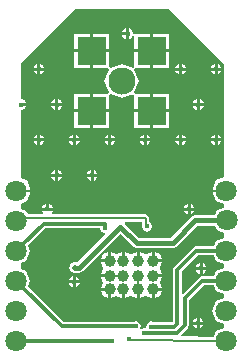
<source format=gbl>
%FSLAX44Y44*%
%MOMM*%
G71*
G01*
G75*
G04 Layer_Physical_Order=2*
G04 Layer_Color=16711680*
%ADD10C,0.0586*%
%ADD11R,0.8000X0.9000*%
%ADD12R,0.9000X0.8000*%
%ADD13R,1.2000X2.0000*%
%ADD14R,1.8000X1.3000*%
%ADD15R,0.4500X1.5000*%
%ADD16O,0.4500X1.5000*%
%ADD17C,0.4000*%
%ADD18C,0.2000*%
%ADD19C,0.7000*%
%ADD20C,0.3000*%
%ADD21C,0.5000*%
%ADD22C,0.8000*%
%ADD23R,2.4400X2.4400*%
%ADD24R,2.4400X2.4400*%
%ADD25C,2.3000*%
%ADD26C,1.8000*%
%ADD27C,1.0000*%
%ADD28C,0.4000*%
%ADD29C,0.5000*%
G36*
X86382Y248901D02*
Y163650D01*
Y158750D01*
Y153454D01*
X79908Y150772D01*
X76249Y141940D01*
X79908Y133108D01*
X86382Y130426D01*
Y127703D01*
X80481Y125259D01*
X78787Y121170D01*
X62230D01*
X59169Y119902D01*
X41387Y102120D01*
X14493D01*
X2470Y114143D01*
X2996Y115413D01*
X17073D01*
Y111760D01*
X18024Y109464D01*
X18250Y109370D01*
X18528Y108699D01*
X21590Y107430D01*
X24652Y108699D01*
X25920Y111760D01*
X24652Y114822D01*
X23567Y115271D01*
Y118660D01*
X22616Y120956D01*
X20320Y121907D01*
X-58784D01*
X-59251Y123177D01*
X-58392Y125250D01*
X-67168D01*
X-66309Y123177D01*
X-66776Y121907D01*
X-79377D01*
X-80641Y124959D01*
X-85112Y126811D01*
Y131085D01*
X-80227Y133108D01*
X-76569Y141940D01*
X-80227Y150772D01*
X-85112Y152795D01*
Y158750D01*
Y210011D01*
X-85000Y210086D01*
X-81525Y211525D01*
X-80612Y213730D01*
X-85000D01*
Y216270D01*
X-80612D01*
X-81525Y218475D01*
X-85000Y219914D01*
X-85112Y219988D01*
Y250531D01*
X-39431Y296212D01*
X39071D01*
X86382Y248901D01*
D02*
G37*
G36*
X80481Y108421D02*
X86382Y105977D01*
Y102069D01*
X80321Y99559D01*
X78403Y94928D01*
X63200D01*
X60521Y93819D01*
X60521Y93819D01*
X44311Y77609D01*
X43202Y74930D01*
X43202Y74930D01*
Y30779D01*
X42881Y30458D01*
X27230D01*
X25030Y31370D01*
X21969Y30101D01*
X20701Y27040D01*
X20915Y26522D01*
X19943Y25550D01*
X19050Y25920D01*
X16752Y24968D01*
X15780Y25940D01*
X16360Y27340D01*
X15092Y30401D01*
X12030Y31669D01*
X10724Y31128D01*
X-49090D01*
X-79071Y61109D01*
X-77154Y65740D01*
X-80641Y74159D01*
X-85112Y76011D01*
Y80869D01*
X-80641Y82721D01*
X-77154Y91140D01*
X-79071Y95771D01*
X-64471Y110372D01*
X-18250D01*
X-17032Y107429D01*
X-14337Y106312D01*
X-13866Y104987D01*
X-30489Y88364D01*
X-31002Y88152D01*
X-37883Y81270D01*
X-38205D01*
X-39512Y81811D01*
X-42956Y80384D01*
X-44383Y76940D01*
X-42956Y73496D01*
X-39512Y72069D01*
X-38205Y72610D01*
X-36090D01*
X-33029Y73878D01*
X-25091Y81816D01*
X-24578Y82029D01*
X-1286Y105321D01*
X-970Y105190D01*
X-866Y105233D01*
X9639Y94728D01*
X12700Y93460D01*
X43180D01*
X46241Y94728D01*
X64023Y112510D01*
X78787D01*
X80481Y108421D01*
D02*
G37*
G36*
X80321Y82721D02*
X86382Y80211D01*
Y76669D01*
X80321Y74159D01*
X78403Y69528D01*
X68280D01*
X68280Y69528D01*
X66386Y68744D01*
X65601Y68419D01*
X65601Y68419D01*
X51952Y54769D01*
X50778Y55255D01*
Y73361D01*
X64769Y87352D01*
X78403D01*
X80321Y82721D01*
D02*
G37*
G36*
Y57321D02*
X86382Y54811D01*
Y51269D01*
X80321Y48759D01*
X76834Y40340D01*
X80321Y31921D01*
X86382Y29411D01*
Y25893D01*
X80321Y23383D01*
X78227Y18327D01*
X51178Y18625D01*
X50658Y19901D01*
X56019Y25261D01*
X56019Y25261D01*
X56344Y26046D01*
X57128Y27940D01*
X57128Y27940D01*
Y49231D01*
X69849Y61952D01*
X78403D01*
X80321Y57321D01*
D02*
G37*
%LPC*%
G36*
X-53730Y159388D02*
Y156270D01*
X-50612D01*
X-51525Y158475D01*
X-53730Y159388D01*
D02*
G37*
G36*
X-56270D02*
X-58475Y158475D01*
X-59388Y156270D01*
X-56270D01*
Y159388D01*
D02*
G37*
G36*
X-23730D02*
Y156270D01*
X-20612D01*
X-21525Y158475D01*
X-23730Y159388D01*
D02*
G37*
G36*
X-26270D02*
X-28475Y158475D01*
X-29388Y156270D01*
X-26270D01*
Y159388D01*
D02*
G37*
G36*
Y153730D02*
X-29388D01*
X-28475Y151525D01*
X-26270Y150612D01*
Y153730D01*
D02*
G37*
G36*
X-50612D02*
X-53730D01*
Y150612D01*
X-51525Y151525D01*
X-50612Y153730D01*
D02*
G37*
G36*
X-56270D02*
X-59388D01*
X-58475Y151525D01*
X-56270Y150612D01*
Y153730D01*
D02*
G37*
G36*
X-20612D02*
X-23730D01*
Y150612D01*
X-21525Y151525D01*
X-20612Y153730D01*
D02*
G37*
G36*
X58490Y130908D02*
Y127790D01*
X61608D01*
X60695Y129995D01*
X58490Y130908D01*
D02*
G37*
G36*
X-71270Y183730D02*
X-74388D01*
X-73475Y181525D01*
X-71270Y180612D01*
Y183730D01*
D02*
G37*
G36*
X48730D02*
X45612D01*
X46525Y181525D01*
X48730Y180612D01*
Y183730D01*
D02*
G37*
G36*
X24388D02*
X21270D01*
Y180612D01*
X23475Y181525D01*
X24388Y183730D01*
D02*
G37*
G36*
X54388D02*
X51270D01*
Y180612D01*
X53475Y181525D01*
X54388Y183730D01*
D02*
G37*
G36*
X84388D02*
X81270D01*
Y180612D01*
X83475Y181525D01*
X84388Y183730D01*
D02*
G37*
G36*
X78730D02*
X75612D01*
X76525Y181525D01*
X78730Y180612D01*
Y183730D01*
D02*
G37*
G36*
X18730D02*
X15612D01*
X16525Y181525D01*
X18730Y180612D01*
Y183730D01*
D02*
G37*
G36*
X-41270D02*
X-44388D01*
X-43475Y181525D01*
X-41270Y180612D01*
Y183730D01*
D02*
G37*
G36*
X-65612D02*
X-68730D01*
Y180612D01*
X-66525Y181525D01*
X-65612Y183730D01*
D02*
G37*
G36*
X-35612D02*
X-38730D01*
Y180612D01*
X-36525Y181525D01*
X-35612Y183730D01*
D02*
G37*
G36*
X-5612D02*
X-8730D01*
Y180612D01*
X-6525Y181525D01*
X-5612Y183730D01*
D02*
G37*
G36*
X-11270D02*
X-14388D01*
X-13475Y181525D01*
X-11270Y180612D01*
Y183730D01*
D02*
G37*
G36*
X55950Y130908D02*
X53745Y129995D01*
X52832Y127790D01*
X55950D01*
Y130908D01*
D02*
G37*
G36*
X-41270Y63730D02*
X-44388D01*
X-43475Y61525D01*
X-41270Y60612D01*
Y63730D01*
D02*
G37*
G36*
X34305Y57150D02*
X27940D01*
Y50785D01*
X32441Y52649D01*
X34305Y57150D01*
D02*
G37*
G36*
X-35612Y63730D02*
X-38730D01*
Y60612D01*
X-36525Y61525D01*
X-35612Y63730D01*
D02*
G37*
G36*
X-38730Y69388D02*
Y66270D01*
X-35612D01*
X-36525Y68474D01*
X-38730Y69388D01*
D02*
G37*
G36*
X-41270D02*
X-43475Y68474D01*
X-44388Y66270D01*
X-41270D01*
Y69388D01*
D02*
G37*
G36*
X69228Y28730D02*
X66110D01*
Y25612D01*
X68315Y26525D01*
X69228Y28730D01*
D02*
G37*
G36*
X63570D02*
X60452D01*
X61365Y26525D01*
X63570Y25612D01*
Y28730D01*
D02*
G37*
G36*
Y34388D02*
X61365Y33475D01*
X60452Y31270D01*
X63570D01*
Y34388D01*
D02*
G37*
G36*
X-11430Y57150D02*
X-17795D01*
X-15931Y52649D01*
X-11430Y50785D01*
Y57150D01*
D02*
G37*
G36*
X66110Y34388D02*
Y31270D01*
X69228D01*
X68315Y33475D01*
X66110Y34388D01*
D02*
G37*
G36*
X66040Y74930D02*
X62922D01*
X63835Y72725D01*
X66040Y71812D01*
Y74930D01*
D02*
G37*
G36*
X55950Y125250D02*
X52832D01*
X53745Y123045D01*
X55950Y122132D01*
Y125250D01*
D02*
G37*
G36*
X25400Y90185D02*
X20899Y88321D01*
X19741Y88321D01*
X15240Y90185D01*
Y82550D01*
X12700D01*
Y90185D01*
X8199Y88321D01*
X7041Y88321D01*
X2540Y90185D01*
Y82550D01*
X0D01*
Y90185D01*
X-4445Y88344D01*
X-8890Y90185D01*
Y82550D01*
X-10160D01*
Y81280D01*
X-17795D01*
X-15931Y76779D01*
X-15931Y75621D01*
X-17795Y71120D01*
X-10160D01*
Y68580D01*
X-17795D01*
X-15954Y64135D01*
X-17795Y59690D01*
X-10160D01*
Y58420D01*
X-8890D01*
Y50785D01*
X-4445Y52626D01*
X0Y50785D01*
Y58420D01*
X2540D01*
Y50785D01*
X7041Y52649D01*
X8199Y52649D01*
X12700Y50785D01*
Y58420D01*
X15240D01*
Y50785D01*
X19741Y52649D01*
X20899Y52649D01*
X25400Y50785D01*
Y58420D01*
X26670D01*
Y59690D01*
X34305D01*
X32464Y64135D01*
X34305Y68580D01*
X26670D01*
Y71120D01*
X34305D01*
X32441Y75621D01*
X32441Y76779D01*
X34305Y81280D01*
X26670D01*
Y82550D01*
X25400D01*
Y90185D01*
D02*
G37*
G36*
X61608Y125250D02*
X58490D01*
Y122132D01*
X60695Y123045D01*
X61608Y125250D01*
D02*
G37*
G36*
X-61510Y130908D02*
Y127790D01*
X-58392D01*
X-59305Y129995D01*
X-61510Y130908D01*
D02*
G37*
G36*
X-64050D02*
X-66255Y129995D01*
X-67168Y127790D01*
X-64050D01*
Y130908D01*
D02*
G37*
G36*
X66040Y80588D02*
X63835Y79675D01*
X62922Y77470D01*
X66040D01*
Y80588D01*
D02*
G37*
G36*
X71698Y74930D02*
X68580D01*
Y71812D01*
X70785Y72725D01*
X71698Y74930D01*
D02*
G37*
G36*
X68580Y80588D02*
Y77470D01*
X71698D01*
X70785Y79675D01*
X68580Y80588D01*
D02*
G37*
G36*
X27940Y90185D02*
Y83820D01*
X34305D01*
X32441Y88321D01*
X27940Y90185D01*
D02*
G37*
G36*
X-11430D02*
X-15931Y88321D01*
X-17795Y83820D01*
X-11430D01*
Y90185D01*
D02*
G37*
G36*
X84388Y243730D02*
X81270D01*
Y240612D01*
X83475Y241525D01*
X84388Y243730D01*
D02*
G37*
G36*
X78730D02*
X75612D01*
X76525Y241525D01*
X78730Y240612D01*
Y243730D01*
D02*
G37*
G36*
X-26670Y259080D02*
X-40140D01*
Y245610D01*
X-26670D01*
Y259080D01*
D02*
G37*
G36*
X24130D02*
X10660D01*
Y246521D01*
X9390Y245673D01*
X0Y249562D01*
X-9390Y245673D01*
X-10660Y246521D01*
Y259080D01*
X-24130D01*
Y245610D01*
X-11571D01*
X-10723Y244340D01*
X-14612Y234950D01*
X-10723Y225560D01*
X-11571Y224290D01*
X-24130D01*
Y210820D01*
X-10660D01*
Y223379D01*
X-9390Y224227D01*
X0Y220338D01*
X9390Y224227D01*
X10660Y223379D01*
Y210820D01*
X24130D01*
Y224290D01*
X11571D01*
X10723Y225560D01*
X14612Y234950D01*
X10723Y244340D01*
X11571Y245610D01*
X24130D01*
Y259080D01*
D02*
G37*
G36*
X40140D02*
X26670D01*
Y245610D01*
X40140D01*
Y259080D01*
D02*
G37*
G36*
X54388Y243730D02*
X51270D01*
Y240612D01*
X53475Y241525D01*
X54388Y243730D01*
D02*
G37*
G36*
X66270Y219388D02*
Y216270D01*
X69388D01*
X68475Y218475D01*
X66270Y219388D01*
D02*
G37*
G36*
X63730D02*
X61525Y218475D01*
X60612Y216270D01*
X63730D01*
Y219388D01*
D02*
G37*
G36*
X-71270Y243730D02*
X-74388D01*
X-73475Y241525D01*
X-71270Y240612D01*
Y243730D01*
D02*
G37*
G36*
X48730D02*
X45612D01*
X46525Y241525D01*
X48730Y240612D01*
Y243730D01*
D02*
G37*
G36*
X-65612D02*
X-68730D01*
Y240612D01*
X-66525Y241525D01*
X-65612Y243730D01*
D02*
G37*
G36*
X-71270Y249388D02*
X-73475Y248475D01*
X-74388Y246270D01*
X-71270D01*
Y249388D01*
D02*
G37*
G36*
X6270Y279388D02*
Y275000D01*
Y270612D01*
X8475Y271525D01*
X9390Y273735D01*
X10660Y273482D01*
Y261620D01*
X24130D01*
Y275090D01*
X11087D01*
X10660Y275090D01*
X9633Y275677D01*
X9633Y275677D01*
X8475Y278474D01*
X6270Y279388D01*
D02*
G37*
G36*
X-10660Y275090D02*
X-24130D01*
Y261620D01*
X-10660D01*
Y275090D01*
D02*
G37*
G36*
X26670D02*
Y261620D01*
X40140D01*
Y275090D01*
X26670D01*
D02*
G37*
G36*
X3730Y279388D02*
X1525Y278474D01*
X612Y276270D01*
X3730D01*
Y279388D01*
D02*
G37*
G36*
Y273730D02*
X612D01*
X1525Y271525D01*
X3730Y270612D01*
Y273730D01*
D02*
G37*
G36*
X-26670Y275090D02*
X-40140D01*
Y261620D01*
X-26670D01*
Y275090D01*
D02*
G37*
G36*
X48730Y249388D02*
X46525Y248475D01*
X45612Y246270D01*
X48730D01*
Y249388D01*
D02*
G37*
G36*
X-68730D02*
Y246270D01*
X-65612D01*
X-66525Y248475D01*
X-68730Y249388D01*
D02*
G37*
G36*
X51270D02*
Y246270D01*
X54388D01*
X53475Y248475D01*
X51270Y249388D01*
D02*
G37*
G36*
X81270D02*
Y246270D01*
X84388D01*
X83475Y248475D01*
X81270Y249388D01*
D02*
G37*
G36*
X78730D02*
X76525Y248475D01*
X75612Y246270D01*
X78730D01*
Y249388D01*
D02*
G37*
G36*
X-53730Y219388D02*
Y216270D01*
X-50612D01*
X-51525Y218475D01*
X-53730Y219388D01*
D02*
G37*
G36*
X21270Y189388D02*
Y186270D01*
X24388D01*
X23475Y188475D01*
X21270Y189388D01*
D02*
G37*
G36*
X18730D02*
X16525Y188475D01*
X15612Y186270D01*
X18730D01*
Y189388D01*
D02*
G37*
G36*
X48730D02*
X46525Y188475D01*
X45612Y186270D01*
X48730D01*
Y189388D01*
D02*
G37*
G36*
X78730D02*
X76525Y188475D01*
X75612Y186270D01*
X78730D01*
Y189388D01*
D02*
G37*
G36*
X51270D02*
Y186270D01*
X54388D01*
X53475Y188475D01*
X51270Y189388D01*
D02*
G37*
G36*
X-8730D02*
Y186270D01*
X-5612D01*
X-6525Y188475D01*
X-8730Y189388D01*
D02*
G37*
G36*
X-68730D02*
Y186270D01*
X-65612D01*
X-66525Y188475D01*
X-68730Y189388D01*
D02*
G37*
G36*
X-71270D02*
X-73475Y188475D01*
X-74388Y186270D01*
X-71270D01*
Y189388D01*
D02*
G37*
G36*
X-41270D02*
X-43475Y188475D01*
X-44388Y186270D01*
X-41270D01*
Y189388D01*
D02*
G37*
G36*
X-11270D02*
X-13475Y188475D01*
X-14388Y186270D01*
X-11270D01*
Y189388D01*
D02*
G37*
G36*
X-38730D02*
Y186270D01*
X-35612D01*
X-36525Y188475D01*
X-38730Y189388D01*
D02*
G37*
G36*
X81270D02*
Y186270D01*
X84388D01*
X83475Y188475D01*
X81270Y189388D01*
D02*
G37*
G36*
X69388Y213730D02*
X66270D01*
Y210612D01*
X68475Y211525D01*
X69388Y213730D01*
D02*
G37*
G36*
X63730D02*
X60612D01*
X61525Y211525D01*
X63730Y210612D01*
Y213730D01*
D02*
G37*
G36*
X-26670Y224290D02*
X-40140D01*
Y210820D01*
X-26670D01*
Y224290D01*
D02*
G37*
G36*
X-56270Y219388D02*
X-58475Y218475D01*
X-59388Y216270D01*
X-56270D01*
Y219388D01*
D02*
G37*
G36*
X40140Y224290D02*
X26670D01*
Y210820D01*
X40140D01*
Y224290D01*
D02*
G37*
G36*
X-50612Y213730D02*
X-53730D01*
Y210612D01*
X-51525Y211525D01*
X-50612Y213730D01*
D02*
G37*
G36*
X-10660Y208280D02*
X-24130D01*
Y194810D01*
X-10660D01*
Y208280D01*
D02*
G37*
G36*
X-26670D02*
X-40140D01*
Y194810D01*
X-26670D01*
Y208280D01*
D02*
G37*
G36*
X24130D02*
X10660D01*
Y194810D01*
X24130D01*
Y208280D01*
D02*
G37*
G36*
X-56270Y213730D02*
X-59388D01*
X-58475Y211525D01*
X-56270Y210612D01*
Y213730D01*
D02*
G37*
G36*
X40140Y208280D02*
X26670D01*
Y194810D01*
X40140D01*
Y208280D01*
D02*
G37*
%LPD*%
D17*
X-1120Y111610D02*
X12700Y97790D01*
X43180D02*
X62230Y116840D01*
X-36090Y76940D02*
X-27940Y85090D01*
X-39512Y76940D02*
X-36090D01*
X-27940Y85090D02*
X-27640D01*
X-1120Y111610D01*
X12700Y97790D02*
X43180D01*
X62230Y116840D02*
X80010D01*
D18*
X-89060Y116540D02*
X-87490Y118110D01*
X-82550D01*
X-82000Y118660D01*
X20320D01*
X69850Y143510D02*
X71420Y141940D01*
X88740D01*
X-82550D02*
X-70150D01*
X13970Y82550D02*
Y87710D01*
Y58420D02*
Y69850D01*
X-10160D02*
X1270D01*
X5530Y15880D02*
X82548Y15032D01*
X88740Y40340D02*
X92180D01*
X5530Y15880D02*
X6350Y16700D01*
X20320Y111760D02*
Y118660D01*
Y111760D02*
X21590D01*
D20*
X-50660Y27340D02*
X12030D01*
X-84050Y60730D02*
X-50660Y27340D01*
X-81280Y14940D02*
X-7920D01*
X53340Y27940D02*
Y50800D01*
X68280Y65740D01*
X81280D01*
X25400Y26670D02*
X44450D01*
X46990Y29210D01*
Y74930D01*
X63200Y91140D01*
X81280D01*
X-13970Y110490D02*
Y114160D01*
X-66040D02*
X-13970D01*
X-83115Y97085D02*
X-66040Y114160D01*
X25030Y27040D02*
X25400Y26670D01*
X19050Y21590D02*
X19100Y21540D01*
X46940D01*
X53340Y27940D01*
D23*
X-25400Y209550D02*
D03*
Y260350D02*
D03*
D24*
X25400Y209550D02*
D03*
Y260350D02*
D03*
D25*
X0Y234950D02*
D03*
D26*
X-89060Y116540D02*
D03*
Y141940D02*
D03*
X88740Y91140D02*
D03*
X-89060Y14940D02*
D03*
X-89043Y40340D02*
D03*
X-89060Y65740D02*
D03*
Y91140D02*
D03*
X88740Y14964D02*
D03*
Y40340D02*
D03*
Y65740D02*
D03*
Y141940D02*
D03*
X88900Y116840D02*
D03*
D27*
X26670Y69850D02*
D03*
X13970D02*
D03*
Y82550D02*
D03*
X1270Y69850D02*
D03*
X-10160D02*
D03*
Y82550D02*
D03*
X26670Y58420D02*
D03*
X13970D02*
D03*
X-10160D02*
D03*
X1270D02*
D03*
X26670Y82550D02*
D03*
X1270D02*
D03*
D28*
X67310Y76200D02*
D03*
X64840Y30000D02*
D03*
X-970Y109520D02*
D03*
X-7920Y14940D02*
D03*
X19050Y21590D02*
D03*
X12030Y27340D02*
D03*
X-13970Y110490D02*
D03*
X6350Y16700D02*
D03*
X25030Y27040D02*
D03*
X21590Y111760D02*
D03*
X-70000Y185000D02*
D03*
X-85000Y215000D02*
D03*
X-70000Y245000D02*
D03*
X-40000Y65000D02*
D03*
X-55000Y155000D02*
D03*
X-40000Y185000D02*
D03*
X-55000Y215000D02*
D03*
X-25000Y155000D02*
D03*
X-10000Y185000D02*
D03*
X20000D02*
D03*
X5000Y275000D02*
D03*
X50000Y185000D02*
D03*
Y245000D02*
D03*
X80000Y185000D02*
D03*
X65000Y215000D02*
D03*
X80000Y245000D02*
D03*
X57220Y126520D02*
D03*
X-62780D02*
D03*
D29*
X-39512Y76940D02*
D03*
M02*

</source>
